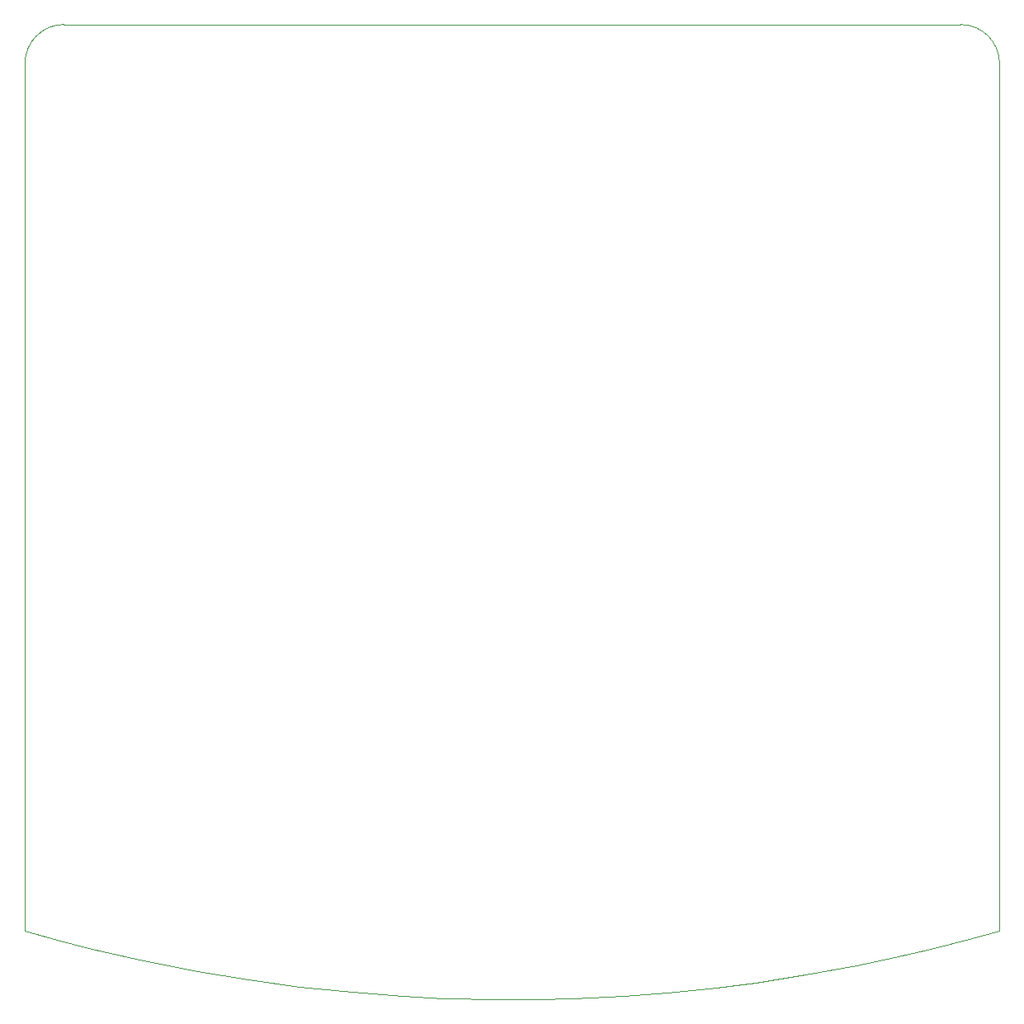
<source format=gbr>
G04 #@! TF.FileFunction,Profile,NP*
%FSLAX46Y46*%
G04 Gerber Fmt 4.6, Leading zero omitted, Abs format (unit mm)*
G04 Created by KiCad (PCBNEW 4.1.0-alpha+201607190716+6983~46~ubuntu14.04.1-product) date Tue Aug 16 21:10:14 2016*
%MOMM*%
%LPD*%
G01*
G04 APERTURE LIST*
%ADD10C,0.100000*%
G04 APERTURE END LIST*
D10*
X53312000Y-135916000D02*
X49992000Y-134986000D01*
X56532000Y-136736000D02*
X53312000Y-135916000D01*
X61712000Y-137936000D02*
X56532000Y-136736000D01*
X67632000Y-139116000D02*
X61712000Y-137936000D01*
X72892000Y-139996000D02*
X67632000Y-139116000D01*
X78192000Y-140716000D02*
X72892000Y-139996000D01*
X83552000Y-141276000D02*
X78192000Y-140716000D01*
X88742000Y-141686000D02*
X83552000Y-141276000D01*
X92882000Y-141896000D02*
X88742000Y-141686000D01*
X98602000Y-142006000D02*
X92882000Y-141896000D01*
X102582000Y-142006000D02*
X98602000Y-142006000D01*
X106212000Y-141916000D02*
X102582000Y-142006000D01*
X111462000Y-141656000D02*
X106212000Y-141916000D01*
X115842000Y-141336000D02*
X111462000Y-141656000D01*
X120962000Y-140796000D02*
X115842000Y-141336000D01*
X124962000Y-140296000D02*
X120962000Y-140796000D01*
X130032000Y-139516000D02*
X124962000Y-140296000D01*
X135352000Y-138536000D02*
X130032000Y-139516000D01*
X139252000Y-137716000D02*
X135352000Y-138536000D01*
X142962000Y-136856000D02*
X139252000Y-137716000D01*
X147202000Y-135766000D02*
X142962000Y-136856000D01*
X149992000Y-134986000D02*
X147202000Y-135766000D01*
X150000000Y-46000000D02*
G75*
G03X146000000Y-42000000I-4000000J0D01*
G01*
X54000000Y-42000000D02*
G75*
G03X50000000Y-46000000I0J-4000000D01*
G01*
X150000000Y-47000000D02*
X150000000Y-66000000D01*
X50000000Y-46000000D02*
X50000000Y-135000000D01*
X150000000Y-46000000D02*
X150000000Y-135000000D01*
X54000000Y-42000000D02*
X146000000Y-42000000D01*
M02*

</source>
